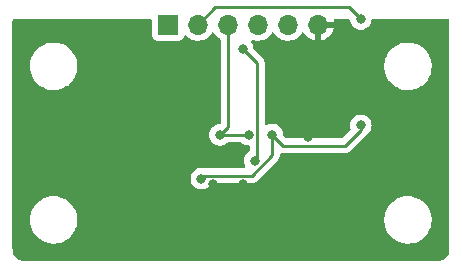
<source format=gbl>
%TF.GenerationSoftware,KiCad,Pcbnew,(6.0.10)*%
%TF.CreationDate,2023-02-17T01:50:08+01:00*%
%TF.ProjectId,haut,68617574-2e6b-4696-9361-645f70636258,rev?*%
%TF.SameCoordinates,Original*%
%TF.FileFunction,Copper,L2,Bot*%
%TF.FilePolarity,Positive*%
%FSLAX46Y46*%
G04 Gerber Fmt 4.6, Leading zero omitted, Abs format (unit mm)*
G04 Created by KiCad (PCBNEW (6.0.10)) date 2023-02-17 01:50:08*
%MOMM*%
%LPD*%
G01*
G04 APERTURE LIST*
%TA.AperFunction,ComponentPad*%
%ADD10R,1.700000X1.700000*%
%TD*%
%TA.AperFunction,ComponentPad*%
%ADD11O,1.700000X1.700000*%
%TD*%
%TA.AperFunction,ViaPad*%
%ADD12C,0.800000*%
%TD*%
%TA.AperFunction,Conductor*%
%ADD13C,0.250000*%
%TD*%
G04 APERTURE END LIST*
D10*
%TO.P,J2,1,Pin_1*%
%TO.N,INT2_Haut*%
X95675000Y-73475000D03*
D11*
%TO.P,J2,2,Pin_2*%
%TO.N,INT1_Haut*%
X98215000Y-73475000D03*
%TO.P,J2,3,Pin_3*%
%TO.N,SDA*%
X100755000Y-73475000D03*
%TO.P,J2,4,Pin_4*%
%TO.N,SCL*%
X103295000Y-73475000D03*
%TO.P,J2,5,Pin_5*%
%TO.N,GND*%
X105835000Y-73475000D03*
%TO.P,J2,6,Pin_6*%
%TO.N,+3V3*%
X108375000Y-73475000D03*
%TD*%
D12*
%TO.N,+3V3*%
X99500000Y-87000000D03*
X107000000Y-76000000D03*
X109000000Y-76500000D03*
X93000000Y-85500000D03*
X108000000Y-81500000D03*
X105000000Y-88000000D03*
X102000000Y-87000000D03*
X107500000Y-83000000D03*
X97500000Y-91500000D03*
%TO.N,INT2_Haut*%
X102000000Y-75500000D03*
X103000000Y-85000000D03*
%TO.N,INT1_Haut*%
X112000000Y-82000000D03*
X98500000Y-86500000D03*
X104500000Y-82775500D03*
X112000000Y-73000000D03*
%TO.N,SDA*%
X100061433Y-82810975D03*
X102500000Y-82775500D03*
%TD*%
D13*
%TO.N,INT2_Haut*%
X103000000Y-85000000D02*
X103225000Y-84775000D01*
X103225000Y-84775000D02*
X103225000Y-76725000D01*
X103225000Y-76725000D02*
X102000000Y-75500000D01*
%TO.N,INT1_Haut*%
X105449500Y-83725000D02*
X110650001Y-83725000D01*
X112000000Y-73000000D02*
X111000000Y-72000000D01*
X104500000Y-82775500D02*
X105449500Y-83725000D01*
X99690000Y-72000000D02*
X98215000Y-73475000D01*
X111000000Y-72000000D02*
X99690000Y-72000000D01*
X98725000Y-86275000D02*
X102750305Y-86275000D01*
X104500000Y-84525305D02*
X104500000Y-82775500D01*
X98500000Y-86500000D02*
X98725000Y-86275000D01*
X102750305Y-86275000D02*
X104500000Y-84525305D01*
X112000000Y-82375001D02*
X112000000Y-82000000D01*
X110650001Y-83725000D02*
X112000000Y-82375001D01*
%TO.N,SDA*%
X100096908Y-82775500D02*
X100061433Y-82810975D01*
X100755000Y-82117408D02*
X100755000Y-73475000D01*
X102500000Y-82775500D02*
X100096908Y-82775500D01*
X100061433Y-82810975D02*
X100755000Y-82117408D01*
%TD*%
%TA.AperFunction,Conductor*%
%TO.N,+3V3*%
G36*
X94258621Y-73020002D02*
G01*
X94305114Y-73073658D01*
X94316500Y-73126000D01*
X94316500Y-74373134D01*
X94323255Y-74435316D01*
X94374385Y-74571705D01*
X94461739Y-74688261D01*
X94578295Y-74775615D01*
X94714684Y-74826745D01*
X94776866Y-74833500D01*
X96573134Y-74833500D01*
X96635316Y-74826745D01*
X96771705Y-74775615D01*
X96888261Y-74688261D01*
X96975615Y-74571705D01*
X96997799Y-74512529D01*
X97019598Y-74454382D01*
X97062240Y-74397618D01*
X97128802Y-74372918D01*
X97198150Y-74388126D01*
X97232817Y-74416114D01*
X97261250Y-74448938D01*
X97433126Y-74591632D01*
X97626000Y-74704338D01*
X97630825Y-74706180D01*
X97630826Y-74706181D01*
X97703612Y-74733975D01*
X97834692Y-74784030D01*
X97839760Y-74785061D01*
X97839763Y-74785062D01*
X97934862Y-74804410D01*
X98053597Y-74828567D01*
X98058772Y-74828757D01*
X98058774Y-74828757D01*
X98271673Y-74836564D01*
X98271677Y-74836564D01*
X98276837Y-74836753D01*
X98281957Y-74836097D01*
X98281959Y-74836097D01*
X98493288Y-74809025D01*
X98493289Y-74809025D01*
X98498416Y-74808368D01*
X98503366Y-74806883D01*
X98707429Y-74745661D01*
X98707434Y-74745659D01*
X98712384Y-74744174D01*
X98912994Y-74645896D01*
X99094860Y-74516173D01*
X99129953Y-74481203D01*
X99238616Y-74372918D01*
X99253096Y-74358489D01*
X99383453Y-74177077D01*
X99384776Y-74178028D01*
X99431645Y-74134857D01*
X99501580Y-74122625D01*
X99567026Y-74150144D01*
X99594875Y-74181994D01*
X99654987Y-74280088D01*
X99801250Y-74448938D01*
X99973126Y-74591632D01*
X100059070Y-74641853D01*
X100107794Y-74693491D01*
X100121500Y-74750641D01*
X100121500Y-81776475D01*
X100101498Y-81844596D01*
X100047842Y-81891089D01*
X99995500Y-81902475D01*
X99965946Y-81902475D01*
X99959494Y-81903847D01*
X99959489Y-81903847D01*
X99881428Y-81920440D01*
X99779145Y-81942181D01*
X99773115Y-81944866D01*
X99773114Y-81944866D01*
X99610711Y-82017172D01*
X99610709Y-82017173D01*
X99604681Y-82019857D01*
X99450180Y-82132109D01*
X99445759Y-82137019D01*
X99445758Y-82137020D01*
X99340071Y-82254398D01*
X99322393Y-82274031D01*
X99269715Y-82365271D01*
X99247388Y-82403944D01*
X99226906Y-82439419D01*
X99167891Y-82621047D01*
X99167201Y-82627608D01*
X99167201Y-82627610D01*
X99150916Y-82782552D01*
X99147929Y-82810975D01*
X99167891Y-83000903D01*
X99226906Y-83182531D01*
X99322393Y-83347919D01*
X99326811Y-83352826D01*
X99326812Y-83352827D01*
X99381397Y-83413450D01*
X99450180Y-83489841D01*
X99604681Y-83602093D01*
X99610709Y-83604777D01*
X99610711Y-83604778D01*
X99699466Y-83644294D01*
X99779145Y-83679769D01*
X99872546Y-83699622D01*
X99959489Y-83718103D01*
X99959494Y-83718103D01*
X99965946Y-83719475D01*
X100156920Y-83719475D01*
X100163372Y-83718103D01*
X100163377Y-83718103D01*
X100250320Y-83699622D01*
X100343721Y-83679769D01*
X100423400Y-83644294D01*
X100512155Y-83604778D01*
X100512157Y-83604777D01*
X100518185Y-83602093D01*
X100523527Y-83598212D01*
X100667342Y-83493724D01*
X100667344Y-83493722D01*
X100672686Y-83489841D01*
X100707938Y-83450689D01*
X100768383Y-83413450D01*
X100801574Y-83409000D01*
X101791800Y-83409000D01*
X101859921Y-83429002D01*
X101879147Y-83445343D01*
X101879420Y-83445040D01*
X101884332Y-83449463D01*
X101888747Y-83454366D01*
X102043248Y-83566618D01*
X102049276Y-83569302D01*
X102049278Y-83569303D01*
X102128957Y-83604778D01*
X102217712Y-83644294D01*
X102311113Y-83664147D01*
X102398056Y-83682628D01*
X102398061Y-83682628D01*
X102404513Y-83684000D01*
X102465500Y-83684000D01*
X102533621Y-83704002D01*
X102580114Y-83757658D01*
X102591500Y-83810000D01*
X102591500Y-84109625D01*
X102571498Y-84177746D01*
X102539561Y-84211561D01*
X102435083Y-84287469D01*
X102388747Y-84321134D01*
X102384326Y-84326044D01*
X102384325Y-84326045D01*
X102355103Y-84358500D01*
X102260960Y-84463056D01*
X102165473Y-84628444D01*
X102106458Y-84810072D01*
X102105768Y-84816633D01*
X102105768Y-84816635D01*
X102096333Y-84906406D01*
X102086496Y-85000000D01*
X102106458Y-85189928D01*
X102165473Y-85371556D01*
X102168776Y-85377278D01*
X102168777Y-85377279D01*
X102212206Y-85452500D01*
X102228944Y-85521495D01*
X102205724Y-85588587D01*
X102149916Y-85632474D01*
X102103087Y-85641500D01*
X98831693Y-85641500D01*
X98792756Y-85635333D01*
X98788319Y-85633891D01*
X98782288Y-85631206D01*
X98775836Y-85629834D01*
X98775831Y-85629833D01*
X98601944Y-85592872D01*
X98601939Y-85592872D01*
X98595487Y-85591500D01*
X98404513Y-85591500D01*
X98398061Y-85592872D01*
X98398056Y-85592872D01*
X98311113Y-85611353D01*
X98217712Y-85631206D01*
X98211682Y-85633891D01*
X98211681Y-85633891D01*
X98049278Y-85706197D01*
X98049276Y-85706198D01*
X98043248Y-85708882D01*
X97888747Y-85821134D01*
X97760960Y-85963056D01*
X97665473Y-86128444D01*
X97606458Y-86310072D01*
X97586496Y-86500000D01*
X97606458Y-86689928D01*
X97665473Y-86871556D01*
X97760960Y-87036944D01*
X97888747Y-87178866D01*
X98043248Y-87291118D01*
X98049276Y-87293802D01*
X98049278Y-87293803D01*
X98211681Y-87366109D01*
X98217712Y-87368794D01*
X98311112Y-87388647D01*
X98398056Y-87407128D01*
X98398061Y-87407128D01*
X98404513Y-87408500D01*
X98595487Y-87408500D01*
X98601939Y-87407128D01*
X98601944Y-87407128D01*
X98688888Y-87388647D01*
X98782288Y-87368794D01*
X98788319Y-87366109D01*
X98950722Y-87293803D01*
X98950724Y-87293802D01*
X98956752Y-87291118D01*
X99111253Y-87178866D01*
X99239040Y-87036944D01*
X99276824Y-86971500D01*
X99328206Y-86922507D01*
X99385943Y-86908500D01*
X102671538Y-86908500D01*
X102682721Y-86909027D01*
X102690214Y-86910702D01*
X102698140Y-86910453D01*
X102698141Y-86910453D01*
X102758291Y-86908562D01*
X102762250Y-86908500D01*
X102790161Y-86908500D01*
X102794096Y-86908003D01*
X102794161Y-86907995D01*
X102805998Y-86907062D01*
X102838256Y-86906048D01*
X102842275Y-86905922D01*
X102850194Y-86905673D01*
X102869648Y-86900021D01*
X102889005Y-86896013D01*
X102901235Y-86894468D01*
X102901236Y-86894468D01*
X102909102Y-86893474D01*
X102916473Y-86890555D01*
X102916475Y-86890555D01*
X102950217Y-86877196D01*
X102961447Y-86873351D01*
X102996288Y-86863229D01*
X102996289Y-86863229D01*
X103003898Y-86861018D01*
X103010717Y-86856985D01*
X103010722Y-86856983D01*
X103021333Y-86850707D01*
X103039081Y-86842012D01*
X103057922Y-86834552D01*
X103093692Y-86808564D01*
X103103612Y-86802048D01*
X103134840Y-86783580D01*
X103134843Y-86783578D01*
X103141667Y-86779542D01*
X103155988Y-86765221D01*
X103171022Y-86752380D01*
X103180999Y-86745131D01*
X103187412Y-86740472D01*
X103215603Y-86706395D01*
X103223593Y-86697616D01*
X104892247Y-85028962D01*
X104900537Y-85021418D01*
X104907018Y-85017305D01*
X104917104Y-85006565D01*
X104953658Y-84967638D01*
X104956413Y-84964796D01*
X104976134Y-84945075D01*
X104978612Y-84941880D01*
X104986318Y-84932858D01*
X105011158Y-84906406D01*
X105016586Y-84900626D01*
X105026346Y-84882873D01*
X105037199Y-84866350D01*
X105044753Y-84856611D01*
X105049613Y-84850346D01*
X105067176Y-84809762D01*
X105072383Y-84799132D01*
X105093695Y-84760365D01*
X105095666Y-84752688D01*
X105095668Y-84752683D01*
X105098732Y-84740747D01*
X105105138Y-84722035D01*
X105110034Y-84710722D01*
X105113181Y-84703450D01*
X105120097Y-84659786D01*
X105122504Y-84648165D01*
X105131528Y-84613016D01*
X105131528Y-84613015D01*
X105133500Y-84605335D01*
X105133500Y-84585074D01*
X105135051Y-84565363D01*
X105136979Y-84553190D01*
X105138219Y-84545362D01*
X105134059Y-84501351D01*
X105133500Y-84489494D01*
X105133500Y-84463875D01*
X105153502Y-84395754D01*
X105207158Y-84349261D01*
X105279211Y-84339426D01*
X105315022Y-84345098D01*
X105326644Y-84347505D01*
X105358459Y-84355673D01*
X105369470Y-84358500D01*
X105389724Y-84358500D01*
X105409434Y-84360051D01*
X105429443Y-84363220D01*
X105437335Y-84362474D01*
X105456080Y-84360702D01*
X105473462Y-84359059D01*
X105485319Y-84358500D01*
X110571234Y-84358500D01*
X110582417Y-84359027D01*
X110589910Y-84360702D01*
X110597836Y-84360453D01*
X110597837Y-84360453D01*
X110657987Y-84358562D01*
X110661946Y-84358500D01*
X110689857Y-84358500D01*
X110693792Y-84358003D01*
X110693857Y-84357995D01*
X110705694Y-84357062D01*
X110737952Y-84356048D01*
X110741971Y-84355922D01*
X110749890Y-84355673D01*
X110769344Y-84350021D01*
X110788701Y-84346013D01*
X110800931Y-84344468D01*
X110800932Y-84344468D01*
X110808798Y-84343474D01*
X110816169Y-84340555D01*
X110816171Y-84340555D01*
X110849913Y-84327196D01*
X110861143Y-84323351D01*
X110895984Y-84313229D01*
X110895985Y-84313229D01*
X110903594Y-84311018D01*
X110910413Y-84306985D01*
X110910418Y-84306983D01*
X110921029Y-84300707D01*
X110938777Y-84292012D01*
X110957618Y-84284552D01*
X110993388Y-84258564D01*
X111003308Y-84252048D01*
X111034536Y-84233580D01*
X111034539Y-84233578D01*
X111041363Y-84229542D01*
X111055684Y-84215221D01*
X111070718Y-84202380D01*
X111080695Y-84195131D01*
X111087108Y-84190472D01*
X111115299Y-84156395D01*
X111123289Y-84147616D01*
X112392253Y-82878653D01*
X112400539Y-82871113D01*
X112407018Y-82867001D01*
X112453644Y-82817349D01*
X112456398Y-82814508D01*
X112476135Y-82794771D01*
X112478615Y-82791574D01*
X112486320Y-82782552D01*
X112516342Y-82750582D01*
X112534131Y-82734899D01*
X112560523Y-82715724D01*
X112611253Y-82678866D01*
X112657404Y-82627610D01*
X112734621Y-82541852D01*
X112734622Y-82541851D01*
X112739040Y-82536944D01*
X112834527Y-82371556D01*
X112893542Y-82189928D01*
X112898580Y-82142000D01*
X112912814Y-82006565D01*
X112913504Y-82000000D01*
X112898329Y-81855614D01*
X112894232Y-81816635D01*
X112894232Y-81816633D01*
X112893542Y-81810072D01*
X112834527Y-81628444D01*
X112739040Y-81463056D01*
X112611253Y-81321134D01*
X112456752Y-81208882D01*
X112450724Y-81206198D01*
X112450722Y-81206197D01*
X112288319Y-81133891D01*
X112288318Y-81133891D01*
X112282288Y-81131206D01*
X112188888Y-81111353D01*
X112101944Y-81092872D01*
X112101939Y-81092872D01*
X112095487Y-81091500D01*
X111904513Y-81091500D01*
X111898061Y-81092872D01*
X111898056Y-81092872D01*
X111811112Y-81111353D01*
X111717712Y-81131206D01*
X111711682Y-81133891D01*
X111711681Y-81133891D01*
X111549278Y-81206197D01*
X111549276Y-81206198D01*
X111543248Y-81208882D01*
X111388747Y-81321134D01*
X111260960Y-81463056D01*
X111165473Y-81628444D01*
X111106458Y-81810072D01*
X111105768Y-81816633D01*
X111105768Y-81816635D01*
X111101671Y-81855614D01*
X111086496Y-82000000D01*
X111087186Y-82006565D01*
X111101421Y-82142000D01*
X111106458Y-82189928D01*
X111108498Y-82196206D01*
X111108500Y-82196214D01*
X111127405Y-82254398D01*
X111129432Y-82325366D01*
X111096667Y-82382430D01*
X110424500Y-83054596D01*
X110362188Y-83088621D01*
X110335405Y-83091500D01*
X105764094Y-83091500D01*
X105695973Y-83071498D01*
X105674999Y-83054595D01*
X105447122Y-82826718D01*
X105413096Y-82764406D01*
X105410907Y-82750793D01*
X105410858Y-82750322D01*
X105393542Y-82585572D01*
X105334527Y-82403944D01*
X105239040Y-82238556D01*
X105111253Y-82096634D01*
X104977509Y-81999463D01*
X104962094Y-81988263D01*
X104962093Y-81988262D01*
X104956752Y-81984382D01*
X104950724Y-81981698D01*
X104950722Y-81981697D01*
X104788319Y-81909391D01*
X104788318Y-81909391D01*
X104782288Y-81906706D01*
X104688887Y-81886853D01*
X104601944Y-81868372D01*
X104601939Y-81868372D01*
X104595487Y-81867000D01*
X104404513Y-81867000D01*
X104398061Y-81868372D01*
X104398056Y-81868372D01*
X104311113Y-81886853D01*
X104217712Y-81906706D01*
X104211682Y-81909391D01*
X104211681Y-81909391D01*
X104049278Y-81981697D01*
X104049276Y-81981698D01*
X104043248Y-81984382D01*
X104042996Y-81983815D01*
X103978510Y-81999463D01*
X103911417Y-81976245D01*
X103867528Y-81920440D01*
X103858500Y-81873605D01*
X103858500Y-76929733D01*
X113987822Y-76929733D01*
X113987975Y-76934121D01*
X113987975Y-76934127D01*
X113989836Y-76987404D01*
X113997625Y-77210458D01*
X113998387Y-77214781D01*
X113998388Y-77214788D01*
X114022164Y-77349624D01*
X114046402Y-77487087D01*
X114133203Y-77754235D01*
X114256340Y-78006702D01*
X114258795Y-78010341D01*
X114258798Y-78010347D01*
X114331890Y-78118710D01*
X114413415Y-78239576D01*
X114601371Y-78448322D01*
X114816550Y-78628879D01*
X115054764Y-78777731D01*
X115311375Y-78891982D01*
X115581390Y-78969407D01*
X115585740Y-78970018D01*
X115585743Y-78970019D01*
X115688690Y-78984487D01*
X115859552Y-79008500D01*
X116070146Y-79008500D01*
X116072332Y-79008347D01*
X116072336Y-79008347D01*
X116275827Y-78994118D01*
X116275832Y-78994117D01*
X116280212Y-78993811D01*
X116554970Y-78935409D01*
X116559099Y-78933906D01*
X116559103Y-78933905D01*
X116814781Y-78840846D01*
X116814785Y-78840844D01*
X116818926Y-78839337D01*
X117066942Y-78707464D01*
X117171896Y-78631211D01*
X117290629Y-78544947D01*
X117290632Y-78544944D01*
X117294192Y-78542358D01*
X117496252Y-78347231D01*
X117669188Y-78125882D01*
X117671384Y-78122078D01*
X117671389Y-78122071D01*
X117807435Y-77886431D01*
X117809636Y-77882619D01*
X117914862Y-77622176D01*
X117948544Y-77487087D01*
X117981753Y-77353893D01*
X117981754Y-77353888D01*
X117982817Y-77349624D01*
X118012178Y-77070267D01*
X118010172Y-77012811D01*
X118002529Y-76793939D01*
X118002528Y-76793933D01*
X118002375Y-76789542D01*
X118001591Y-76785092D01*
X117962994Y-76566203D01*
X117953598Y-76512913D01*
X117866797Y-76245765D01*
X117834035Y-76178592D01*
X117802320Y-76113569D01*
X117743660Y-75993298D01*
X117741205Y-75989659D01*
X117741202Y-75989653D01*
X117660935Y-75870653D01*
X117586585Y-75760424D01*
X117398629Y-75551678D01*
X117183450Y-75371121D01*
X116945236Y-75222269D01*
X116748619Y-75134729D01*
X116692639Y-75109805D01*
X116692637Y-75109804D01*
X116688625Y-75108018D01*
X116418610Y-75030593D01*
X116414260Y-75029982D01*
X116414257Y-75029981D01*
X116311310Y-75015513D01*
X116140448Y-74991500D01*
X115929854Y-74991500D01*
X115927668Y-74991653D01*
X115927664Y-74991653D01*
X115724173Y-75005882D01*
X115724168Y-75005883D01*
X115719788Y-75006189D01*
X115445030Y-75064591D01*
X115440901Y-75066094D01*
X115440897Y-75066095D01*
X115185219Y-75159154D01*
X115185215Y-75159156D01*
X115181074Y-75160663D01*
X114933058Y-75292536D01*
X114929499Y-75295122D01*
X114929497Y-75295123D01*
X114824895Y-75371121D01*
X114705808Y-75457642D01*
X114503748Y-75652769D01*
X114330812Y-75874118D01*
X114328616Y-75877922D01*
X114328611Y-75877929D01*
X114214794Y-76075067D01*
X114190364Y-76117381D01*
X114085138Y-76377824D01*
X114084073Y-76382097D01*
X114084072Y-76382099D01*
X114025382Y-76617493D01*
X114017183Y-76650376D01*
X114016724Y-76654744D01*
X114016723Y-76654749D01*
X114001061Y-76803768D01*
X113987822Y-76929733D01*
X103858500Y-76929733D01*
X103858500Y-76803768D01*
X103859027Y-76792585D01*
X103860702Y-76785092D01*
X103858562Y-76717001D01*
X103858500Y-76713044D01*
X103858500Y-76685144D01*
X103857996Y-76681153D01*
X103857063Y-76669311D01*
X103856606Y-76654749D01*
X103855674Y-76625111D01*
X103850021Y-76605652D01*
X103846012Y-76586293D01*
X103845846Y-76584983D01*
X103843474Y-76566203D01*
X103840558Y-76558837D01*
X103840556Y-76558831D01*
X103827200Y-76525098D01*
X103823355Y-76513868D01*
X103813230Y-76479017D01*
X103813230Y-76479016D01*
X103811019Y-76471407D01*
X103800705Y-76453966D01*
X103792008Y-76436213D01*
X103787472Y-76424758D01*
X103784552Y-76417383D01*
X103758563Y-76381612D01*
X103752047Y-76371692D01*
X103733578Y-76340463D01*
X103729542Y-76333638D01*
X103715221Y-76319317D01*
X103702380Y-76304283D01*
X103700452Y-76301629D01*
X103690472Y-76287893D01*
X103656395Y-76259702D01*
X103647616Y-76251712D01*
X102947122Y-75551218D01*
X102913096Y-75488906D01*
X102910907Y-75475293D01*
X102894232Y-75316635D01*
X102894232Y-75316633D01*
X102893542Y-75310072D01*
X102834527Y-75128444D01*
X102739040Y-74963056D01*
X102738845Y-74962839D01*
X102715770Y-74898181D01*
X102731846Y-74829029D01*
X102782757Y-74779545D01*
X102852338Y-74765442D01*
X102886511Y-74773270D01*
X102909851Y-74782182D01*
X102909858Y-74782184D01*
X102914692Y-74784030D01*
X102919760Y-74785061D01*
X102919763Y-74785062D01*
X103014862Y-74804410D01*
X103133597Y-74828567D01*
X103138772Y-74828757D01*
X103138774Y-74828757D01*
X103351673Y-74836564D01*
X103351677Y-74836564D01*
X103356837Y-74836753D01*
X103361957Y-74836097D01*
X103361959Y-74836097D01*
X103573288Y-74809025D01*
X103573289Y-74809025D01*
X103578416Y-74808368D01*
X103583366Y-74806883D01*
X103787429Y-74745661D01*
X103787434Y-74745659D01*
X103792384Y-74744174D01*
X103992994Y-74645896D01*
X104174860Y-74516173D01*
X104209953Y-74481203D01*
X104318616Y-74372918D01*
X104333096Y-74358489D01*
X104463453Y-74177077D01*
X104464776Y-74178028D01*
X104511645Y-74134857D01*
X104581580Y-74122625D01*
X104647026Y-74150144D01*
X104674875Y-74181994D01*
X104734987Y-74280088D01*
X104881250Y-74448938D01*
X105053126Y-74591632D01*
X105246000Y-74704338D01*
X105250825Y-74706180D01*
X105250826Y-74706181D01*
X105323612Y-74733975D01*
X105454692Y-74784030D01*
X105459760Y-74785061D01*
X105459763Y-74785062D01*
X105554862Y-74804410D01*
X105673597Y-74828567D01*
X105678772Y-74828757D01*
X105678774Y-74828757D01*
X105891673Y-74836564D01*
X105891677Y-74836564D01*
X105896837Y-74836753D01*
X105901957Y-74836097D01*
X105901959Y-74836097D01*
X106113288Y-74809025D01*
X106113289Y-74809025D01*
X106118416Y-74808368D01*
X106123366Y-74806883D01*
X106327429Y-74745661D01*
X106327434Y-74745659D01*
X106332384Y-74744174D01*
X106532994Y-74645896D01*
X106714860Y-74516173D01*
X106749953Y-74481203D01*
X106858616Y-74372918D01*
X106873096Y-74358489D01*
X107003453Y-74177077D01*
X107004640Y-74177930D01*
X107051960Y-74134362D01*
X107121897Y-74122145D01*
X107187338Y-74149678D01*
X107215166Y-74181511D01*
X107272694Y-74275388D01*
X107278777Y-74283699D01*
X107418213Y-74444667D01*
X107425580Y-74451883D01*
X107589434Y-74587916D01*
X107597881Y-74593831D01*
X107781756Y-74701279D01*
X107791042Y-74705729D01*
X107990001Y-74781703D01*
X107999899Y-74784579D01*
X108103250Y-74805606D01*
X108117299Y-74804410D01*
X108121000Y-74794065D01*
X108121000Y-74793517D01*
X108629000Y-74793517D01*
X108633064Y-74807359D01*
X108646478Y-74809393D01*
X108653184Y-74808534D01*
X108663262Y-74806392D01*
X108867255Y-74745191D01*
X108876842Y-74741433D01*
X109068095Y-74647739D01*
X109076945Y-74642464D01*
X109250328Y-74518792D01*
X109258200Y-74512139D01*
X109409052Y-74361812D01*
X109415730Y-74353965D01*
X109540003Y-74181020D01*
X109545313Y-74172183D01*
X109639670Y-73981267D01*
X109643469Y-73971672D01*
X109705377Y-73767910D01*
X109707555Y-73757837D01*
X109708986Y-73746962D01*
X109706775Y-73732778D01*
X109693617Y-73729000D01*
X108647115Y-73729000D01*
X108631876Y-73733475D01*
X108630671Y-73734865D01*
X108629000Y-73742548D01*
X108629000Y-74793517D01*
X108121000Y-74793517D01*
X108121000Y-73347000D01*
X108141002Y-73278879D01*
X108194658Y-73232386D01*
X108247000Y-73221000D01*
X109693344Y-73221000D01*
X109706875Y-73217027D01*
X109708180Y-73207946D01*
X109695307Y-73156695D01*
X109698111Y-73085754D01*
X109738824Y-73027591D01*
X109804519Y-73000672D01*
X109817511Y-73000000D01*
X110973045Y-73000000D01*
X111041166Y-73020002D01*
X111087659Y-73073658D01*
X111098355Y-73112829D01*
X111106458Y-73189928D01*
X111165473Y-73371556D01*
X111260960Y-73536944D01*
X111388747Y-73678866D01*
X111543248Y-73791118D01*
X111549276Y-73793802D01*
X111549278Y-73793803D01*
X111711681Y-73866109D01*
X111717712Y-73868794D01*
X111811112Y-73888647D01*
X111898056Y-73907128D01*
X111898061Y-73907128D01*
X111904513Y-73908500D01*
X112095487Y-73908500D01*
X112101939Y-73907128D01*
X112101944Y-73907128D01*
X112188888Y-73888647D01*
X112282288Y-73868794D01*
X112288319Y-73866109D01*
X112450722Y-73793803D01*
X112450724Y-73793802D01*
X112456752Y-73791118D01*
X112611253Y-73678866D01*
X112739040Y-73536944D01*
X112834527Y-73371556D01*
X112893542Y-73189928D01*
X112901645Y-73112829D01*
X112928658Y-73047173D01*
X112986879Y-73006543D01*
X113026955Y-73000000D01*
X119365500Y-73000000D01*
X119433621Y-73020002D01*
X119480114Y-73073658D01*
X119491500Y-73126000D01*
X119491500Y-92450633D01*
X119490000Y-92470018D01*
X119487690Y-92484851D01*
X119487690Y-92484855D01*
X119486309Y-92493724D01*
X119487966Y-92506397D01*
X119488551Y-92533707D01*
X119477398Y-92661191D01*
X119473585Y-92682817D01*
X119452174Y-92762724D01*
X119434558Y-92828466D01*
X119427046Y-92849104D01*
X119363322Y-92985760D01*
X119352340Y-93004780D01*
X119265853Y-93128297D01*
X119251735Y-93145122D01*
X119145122Y-93251735D01*
X119128297Y-93265853D01*
X119004780Y-93352340D01*
X118985760Y-93363322D01*
X118849104Y-93427046D01*
X118828466Y-93434557D01*
X118682822Y-93473583D01*
X118661194Y-93477397D01*
X118604659Y-93482344D01*
X118540607Y-93487947D01*
X118524129Y-93487393D01*
X118524124Y-93487800D01*
X118515147Y-93487690D01*
X118506276Y-93486309D01*
X118497374Y-93487473D01*
X118497372Y-93487473D01*
X118483548Y-93489281D01*
X118474714Y-93490436D01*
X118458379Y-93491500D01*
X83549367Y-93491500D01*
X83529982Y-93490000D01*
X83515149Y-93487690D01*
X83515145Y-93487690D01*
X83506276Y-93486309D01*
X83493603Y-93487966D01*
X83466293Y-93488551D01*
X83338806Y-93477397D01*
X83317183Y-93473585D01*
X83171531Y-93434557D01*
X83150896Y-93427046D01*
X83014240Y-93363322D01*
X82995220Y-93352340D01*
X82871703Y-93265853D01*
X82854878Y-93251735D01*
X82748265Y-93145122D01*
X82734147Y-93128297D01*
X82647660Y-93004780D01*
X82636678Y-92985760D01*
X82572954Y-92849104D01*
X82565443Y-92828466D01*
X82526417Y-92682822D01*
X82522602Y-92661191D01*
X82512349Y-92543993D01*
X82512374Y-92521758D01*
X82512770Y-92517344D01*
X82513576Y-92512552D01*
X82513729Y-92500000D01*
X82509773Y-92472376D01*
X82508500Y-92454514D01*
X82508500Y-89929733D01*
X83987822Y-89929733D01*
X83997625Y-90210458D01*
X83998387Y-90214781D01*
X83998388Y-90214788D01*
X84022164Y-90349624D01*
X84046402Y-90487087D01*
X84133203Y-90754235D01*
X84256340Y-91006702D01*
X84258795Y-91010341D01*
X84258798Y-91010347D01*
X84331890Y-91118710D01*
X84413415Y-91239576D01*
X84601371Y-91448322D01*
X84816550Y-91628879D01*
X85054764Y-91777731D01*
X85311375Y-91891982D01*
X85581390Y-91969407D01*
X85585740Y-91970018D01*
X85585743Y-91970019D01*
X85688690Y-91984487D01*
X85859552Y-92008500D01*
X86070146Y-92008500D01*
X86072332Y-92008347D01*
X86072336Y-92008347D01*
X86275827Y-91994118D01*
X86275832Y-91994117D01*
X86280212Y-91993811D01*
X86554970Y-91935409D01*
X86559099Y-91933906D01*
X86559103Y-91933905D01*
X86814781Y-91840846D01*
X86814785Y-91840844D01*
X86818926Y-91839337D01*
X87066942Y-91707464D01*
X87171896Y-91631211D01*
X87290629Y-91544947D01*
X87290632Y-91544944D01*
X87294192Y-91542358D01*
X87496252Y-91347231D01*
X87669188Y-91125882D01*
X87671384Y-91122078D01*
X87671389Y-91122071D01*
X87807435Y-90886431D01*
X87809636Y-90882619D01*
X87914862Y-90622176D01*
X87948544Y-90487087D01*
X87981753Y-90353893D01*
X87981754Y-90353888D01*
X87982817Y-90349624D01*
X88012178Y-90070267D01*
X88007271Y-89929733D01*
X113987822Y-89929733D01*
X113997625Y-90210458D01*
X113998387Y-90214781D01*
X113998388Y-90214788D01*
X114022164Y-90349624D01*
X114046402Y-90487087D01*
X114133203Y-90754235D01*
X114256340Y-91006702D01*
X114258795Y-91010341D01*
X114258798Y-91010347D01*
X114331890Y-91118710D01*
X114413415Y-91239576D01*
X114601371Y-91448322D01*
X114816550Y-91628879D01*
X115054764Y-91777731D01*
X115311375Y-91891982D01*
X115581390Y-91969407D01*
X115585740Y-91970018D01*
X115585743Y-91970019D01*
X115688690Y-91984487D01*
X115859552Y-92008500D01*
X116070146Y-92008500D01*
X116072332Y-92008347D01*
X116072336Y-92008347D01*
X116275827Y-91994118D01*
X116275832Y-91994117D01*
X116280212Y-91993811D01*
X116554970Y-91935409D01*
X116559099Y-91933906D01*
X116559103Y-91933905D01*
X116814781Y-91840846D01*
X116814785Y-91840844D01*
X116818926Y-91839337D01*
X117066942Y-91707464D01*
X117171896Y-91631211D01*
X117290629Y-91544947D01*
X117290632Y-91544944D01*
X117294192Y-91542358D01*
X117496252Y-91347231D01*
X117669188Y-91125882D01*
X117671384Y-91122078D01*
X117671389Y-91122071D01*
X117807435Y-90886431D01*
X117809636Y-90882619D01*
X117914862Y-90622176D01*
X117948544Y-90487087D01*
X117981753Y-90353893D01*
X117981754Y-90353888D01*
X117982817Y-90349624D01*
X118012178Y-90070267D01*
X118002375Y-89789542D01*
X117978608Y-89654749D01*
X117954360Y-89517236D01*
X117953598Y-89512913D01*
X117866797Y-89245765D01*
X117743660Y-88993298D01*
X117741205Y-88989659D01*
X117741202Y-88989653D01*
X117660935Y-88870653D01*
X117586585Y-88760424D01*
X117398629Y-88551678D01*
X117183450Y-88371121D01*
X116945236Y-88222269D01*
X116688625Y-88108018D01*
X116418610Y-88030593D01*
X116414260Y-88029982D01*
X116414257Y-88029981D01*
X116311310Y-88015513D01*
X116140448Y-87991500D01*
X115929854Y-87991500D01*
X115927668Y-87991653D01*
X115927664Y-87991653D01*
X115724173Y-88005882D01*
X115724168Y-88005883D01*
X115719788Y-88006189D01*
X115445030Y-88064591D01*
X115440901Y-88066094D01*
X115440897Y-88066095D01*
X115185219Y-88159154D01*
X115185215Y-88159156D01*
X115181074Y-88160663D01*
X114933058Y-88292536D01*
X114929499Y-88295122D01*
X114929497Y-88295123D01*
X114824895Y-88371121D01*
X114705808Y-88457642D01*
X114503748Y-88652769D01*
X114330812Y-88874118D01*
X114328616Y-88877922D01*
X114328611Y-88877929D01*
X114214794Y-89075067D01*
X114190364Y-89117381D01*
X114085138Y-89377824D01*
X114084073Y-89382097D01*
X114084072Y-89382099D01*
X114050379Y-89517236D01*
X114017183Y-89650376D01*
X113987822Y-89929733D01*
X88007271Y-89929733D01*
X88002375Y-89789542D01*
X87978608Y-89654749D01*
X87954360Y-89517236D01*
X87953598Y-89512913D01*
X87866797Y-89245765D01*
X87743660Y-88993298D01*
X87741205Y-88989659D01*
X87741202Y-88989653D01*
X87660935Y-88870653D01*
X87586585Y-88760424D01*
X87398629Y-88551678D01*
X87183450Y-88371121D01*
X86945236Y-88222269D01*
X86688625Y-88108018D01*
X86418610Y-88030593D01*
X86414260Y-88029982D01*
X86414257Y-88029981D01*
X86311310Y-88015513D01*
X86140448Y-87991500D01*
X85929854Y-87991500D01*
X85927668Y-87991653D01*
X85927664Y-87991653D01*
X85724173Y-88005882D01*
X85724168Y-88005883D01*
X85719788Y-88006189D01*
X85445030Y-88064591D01*
X85440901Y-88066094D01*
X85440897Y-88066095D01*
X85185219Y-88159154D01*
X85185215Y-88159156D01*
X85181074Y-88160663D01*
X84933058Y-88292536D01*
X84929499Y-88295122D01*
X84929497Y-88295123D01*
X84824895Y-88371121D01*
X84705808Y-88457642D01*
X84503748Y-88652769D01*
X84330812Y-88874118D01*
X84328616Y-88877922D01*
X84328611Y-88877929D01*
X84214794Y-89075067D01*
X84190364Y-89117381D01*
X84085138Y-89377824D01*
X84084073Y-89382097D01*
X84084072Y-89382099D01*
X84050379Y-89517236D01*
X84017183Y-89650376D01*
X83987822Y-89929733D01*
X82508500Y-89929733D01*
X82508500Y-76929733D01*
X83987822Y-76929733D01*
X83987975Y-76934121D01*
X83987975Y-76934127D01*
X83989836Y-76987404D01*
X83997625Y-77210458D01*
X83998387Y-77214781D01*
X83998388Y-77214788D01*
X84022164Y-77349624D01*
X84046402Y-77487087D01*
X84133203Y-77754235D01*
X84256340Y-78006702D01*
X84258795Y-78010341D01*
X84258798Y-78010347D01*
X84331890Y-78118710D01*
X84413415Y-78239576D01*
X84601371Y-78448322D01*
X84816550Y-78628879D01*
X85054764Y-78777731D01*
X85311375Y-78891982D01*
X85581390Y-78969407D01*
X85585740Y-78970018D01*
X85585743Y-78970019D01*
X85688690Y-78984487D01*
X85859552Y-79008500D01*
X86070146Y-79008500D01*
X86072332Y-79008347D01*
X86072336Y-79008347D01*
X86275827Y-78994118D01*
X86275832Y-78994117D01*
X86280212Y-78993811D01*
X86554970Y-78935409D01*
X86559099Y-78933906D01*
X86559103Y-78933905D01*
X86814781Y-78840846D01*
X86814785Y-78840844D01*
X86818926Y-78839337D01*
X87066942Y-78707464D01*
X87171896Y-78631211D01*
X87290629Y-78544947D01*
X87290632Y-78544944D01*
X87294192Y-78542358D01*
X87496252Y-78347231D01*
X87669188Y-78125882D01*
X87671384Y-78122078D01*
X87671389Y-78122071D01*
X87807435Y-77886431D01*
X87809636Y-77882619D01*
X87914862Y-77622176D01*
X87948544Y-77487087D01*
X87981753Y-77353893D01*
X87981754Y-77353888D01*
X87982817Y-77349624D01*
X88012178Y-77070267D01*
X88010172Y-77012811D01*
X88002529Y-76793939D01*
X88002528Y-76793933D01*
X88002375Y-76789542D01*
X88001591Y-76785092D01*
X87962994Y-76566203D01*
X87953598Y-76512913D01*
X87866797Y-76245765D01*
X87834035Y-76178592D01*
X87802320Y-76113569D01*
X87743660Y-75993298D01*
X87741205Y-75989659D01*
X87741202Y-75989653D01*
X87660935Y-75870653D01*
X87586585Y-75760424D01*
X87398629Y-75551678D01*
X87183450Y-75371121D01*
X86945236Y-75222269D01*
X86748619Y-75134729D01*
X86692639Y-75109805D01*
X86692637Y-75109804D01*
X86688625Y-75108018D01*
X86418610Y-75030593D01*
X86414260Y-75029982D01*
X86414257Y-75029981D01*
X86311310Y-75015513D01*
X86140448Y-74991500D01*
X85929854Y-74991500D01*
X85927668Y-74991653D01*
X85927664Y-74991653D01*
X85724173Y-75005882D01*
X85724168Y-75005883D01*
X85719788Y-75006189D01*
X85445030Y-75064591D01*
X85440901Y-75066094D01*
X85440897Y-75066095D01*
X85185219Y-75159154D01*
X85185215Y-75159156D01*
X85181074Y-75160663D01*
X84933058Y-75292536D01*
X84929499Y-75295122D01*
X84929497Y-75295123D01*
X84824895Y-75371121D01*
X84705808Y-75457642D01*
X84503748Y-75652769D01*
X84330812Y-75874118D01*
X84328616Y-75877922D01*
X84328611Y-75877929D01*
X84214794Y-76075067D01*
X84190364Y-76117381D01*
X84085138Y-76377824D01*
X84084073Y-76382097D01*
X84084072Y-76382099D01*
X84025382Y-76617493D01*
X84017183Y-76650376D01*
X84016724Y-76654744D01*
X84016723Y-76654749D01*
X84001061Y-76803768D01*
X83987822Y-76929733D01*
X82508500Y-76929733D01*
X82508500Y-73126000D01*
X82528502Y-73057879D01*
X82582158Y-73011386D01*
X82634500Y-73000000D01*
X94190500Y-73000000D01*
X94258621Y-73020002D01*
G37*
%TD.AperFunction*%
%TD*%
M02*

</source>
